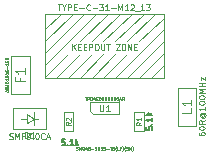
<source format=gbr>
G04 #@! TF.GenerationSoftware,KiCad,Pcbnew,(5.99.0-8748-g0125986588)*
G04 #@! TF.CreationDate,2021-05-21T22:54:23+03:00*
G04 #@! TF.ProjectId,Unified-Daughterboard,556e6966-6965-4642-9d44-617567687465,C3*
G04 #@! TF.SameCoordinates,Original*
G04 #@! TF.FileFunction,AssemblyDrawing,Top*
%FSLAX46Y46*%
G04 Gerber Fmt 4.6, Leading zero omitted, Abs format (unit mm)*
G04 Created by KiCad (PCBNEW (5.99.0-8748-g0125986588)) date 2021-05-21 22:54:23*
%MOMM*%
%LPD*%
G01*
G04 APERTURE LIST*
%ADD10C,0.063500*%
%ADD11C,0.100000*%
%ADD12C,0.050800*%
%ADD13C,0.120000*%
%ADD14C,0.127000*%
%ADD15C,0.075000*%
%ADD16C,0.125000*%
%ADD17C,0.050000*%
G04 APERTURE END LIST*
D10*
X73327309Y-65084904D02*
X73472452Y-65084904D01*
X73399880Y-65338904D02*
X73399880Y-65084904D01*
X73557119Y-65338904D02*
X73557119Y-65084904D01*
X73653880Y-65084904D01*
X73678071Y-65097000D01*
X73690166Y-65109095D01*
X73702261Y-65133285D01*
X73702261Y-65169571D01*
X73690166Y-65193761D01*
X73678071Y-65205857D01*
X73653880Y-65217952D01*
X73557119Y-65217952D01*
X73811119Y-65338904D02*
X73811119Y-65084904D01*
X73871595Y-65084904D01*
X73907880Y-65097000D01*
X73932071Y-65121190D01*
X73944166Y-65145380D01*
X73956261Y-65193761D01*
X73956261Y-65230047D01*
X73944166Y-65278428D01*
X73932071Y-65302619D01*
X73907880Y-65326809D01*
X73871595Y-65338904D01*
X73811119Y-65338904D01*
X74173976Y-65169571D02*
X74173976Y-65338904D01*
X74113500Y-65072809D02*
X74053023Y-65254238D01*
X74210261Y-65254238D01*
X74307023Y-65205857D02*
X74391690Y-65205857D01*
X74427976Y-65338904D02*
X74307023Y-65338904D01*
X74307023Y-65084904D01*
X74427976Y-65084904D01*
X74585214Y-65084904D02*
X74609404Y-65084904D01*
X74633595Y-65097000D01*
X74645690Y-65109095D01*
X74657785Y-65133285D01*
X74669880Y-65181666D01*
X74669880Y-65242142D01*
X74657785Y-65290523D01*
X74645690Y-65314714D01*
X74633595Y-65326809D01*
X74609404Y-65338904D01*
X74585214Y-65338904D01*
X74561023Y-65326809D01*
X74548928Y-65314714D01*
X74536833Y-65290523D01*
X74524738Y-65242142D01*
X74524738Y-65181666D01*
X74536833Y-65133285D01*
X74548928Y-65109095D01*
X74561023Y-65097000D01*
X74585214Y-65084904D01*
X74899690Y-65084904D02*
X74778738Y-65084904D01*
X74766642Y-65205857D01*
X74778738Y-65193761D01*
X74802928Y-65181666D01*
X74863404Y-65181666D01*
X74887595Y-65193761D01*
X74899690Y-65205857D01*
X74911785Y-65230047D01*
X74911785Y-65290523D01*
X74899690Y-65314714D01*
X74887595Y-65326809D01*
X74863404Y-65338904D01*
X74802928Y-65338904D01*
X74778738Y-65326809D01*
X74766642Y-65314714D01*
X75020642Y-65084904D02*
X75020642Y-65290523D01*
X75032738Y-65314714D01*
X75044833Y-65326809D01*
X75069023Y-65338904D01*
X75117404Y-65338904D01*
X75141595Y-65326809D01*
X75153690Y-65314714D01*
X75165785Y-65290523D01*
X75165785Y-65084904D01*
X75335119Y-65084904D02*
X75359309Y-65084904D01*
X75383500Y-65097000D01*
X75395595Y-65109095D01*
X75407690Y-65133285D01*
X75419785Y-65181666D01*
X75419785Y-65242142D01*
X75407690Y-65290523D01*
X75395595Y-65314714D01*
X75383500Y-65326809D01*
X75359309Y-65338904D01*
X75335119Y-65338904D01*
X75310928Y-65326809D01*
X75298833Y-65314714D01*
X75286738Y-65290523D01*
X75274642Y-65242142D01*
X75274642Y-65181666D01*
X75286738Y-65133285D01*
X75298833Y-65109095D01*
X75310928Y-65097000D01*
X75335119Y-65084904D01*
X75637500Y-65084904D02*
X75589119Y-65084904D01*
X75564928Y-65097000D01*
X75552833Y-65109095D01*
X75528642Y-65145380D01*
X75516547Y-65193761D01*
X75516547Y-65290523D01*
X75528642Y-65314714D01*
X75540738Y-65326809D01*
X75564928Y-65338904D01*
X75613309Y-65338904D01*
X75637500Y-65326809D01*
X75649595Y-65314714D01*
X75661690Y-65290523D01*
X75661690Y-65230047D01*
X75649595Y-65205857D01*
X75637500Y-65193761D01*
X75613309Y-65181666D01*
X75564928Y-65181666D01*
X75540738Y-65193761D01*
X75528642Y-65205857D01*
X75516547Y-65230047D01*
X75770547Y-65338904D02*
X75770547Y-65084904D01*
X75831023Y-65084904D01*
X75867309Y-65097000D01*
X75891500Y-65121190D01*
X75903595Y-65145380D01*
X75915690Y-65193761D01*
X75915690Y-65230047D01*
X75903595Y-65278428D01*
X75891500Y-65302619D01*
X75867309Y-65326809D01*
X75831023Y-65338904D01*
X75770547Y-65338904D01*
X76193880Y-65363095D02*
X76169690Y-65351000D01*
X76145500Y-65326809D01*
X76109214Y-65290523D01*
X76085023Y-65278428D01*
X76060833Y-65278428D01*
X76072928Y-65338904D02*
X76048738Y-65326809D01*
X76024547Y-65302619D01*
X76012452Y-65254238D01*
X76012452Y-65169571D01*
X76024547Y-65121190D01*
X76048738Y-65097000D01*
X76072928Y-65084904D01*
X76121309Y-65084904D01*
X76145500Y-65097000D01*
X76169690Y-65121190D01*
X76181785Y-65169571D01*
X76181785Y-65254238D01*
X76169690Y-65302619D01*
X76145500Y-65326809D01*
X76121309Y-65338904D01*
X76072928Y-65338904D01*
X76278547Y-65266333D02*
X76399500Y-65266333D01*
X76254357Y-65338904D02*
X76339023Y-65084904D01*
X76423690Y-65338904D01*
X76653500Y-65338904D02*
X76568833Y-65217952D01*
X76508357Y-65338904D02*
X76508357Y-65084904D01*
X76605119Y-65084904D01*
X76629309Y-65097000D01*
X76641404Y-65109095D01*
X76653500Y-65133285D01*
X76653500Y-65169571D01*
X76641404Y-65193761D01*
X76629309Y-65205857D01*
X76605119Y-65217952D01*
X76508357Y-65217952D01*
D11*
X74583452Y-65725209D02*
X74583452Y-66170447D01*
X74609642Y-66222828D01*
X74635833Y-66249019D01*
X74688214Y-66275209D01*
X74792976Y-66275209D01*
X74845357Y-66249019D01*
X74871547Y-66222828D01*
X74897738Y-66170447D01*
X74897738Y-65725209D01*
X75447738Y-66275209D02*
X75133452Y-66275209D01*
X75290595Y-66275209D02*
X75290595Y-65725209D01*
X75238214Y-65803780D01*
X75185833Y-65856161D01*
X75133452Y-65882352D01*
D12*
X82979309Y-68072428D02*
X82979309Y-68169190D01*
X83003500Y-68217571D01*
X83027690Y-68241761D01*
X83100261Y-68290142D01*
X83197023Y-68314333D01*
X83390547Y-68314333D01*
X83438928Y-68290142D01*
X83463119Y-68265952D01*
X83487309Y-68217571D01*
X83487309Y-68120809D01*
X83463119Y-68072428D01*
X83438928Y-68048238D01*
X83390547Y-68024047D01*
X83269595Y-68024047D01*
X83221214Y-68048238D01*
X83197023Y-68072428D01*
X83172833Y-68120809D01*
X83172833Y-68217571D01*
X83197023Y-68265952D01*
X83221214Y-68290142D01*
X83269595Y-68314333D01*
X82979309Y-67709571D02*
X82979309Y-67661190D01*
X83003500Y-67612809D01*
X83027690Y-67588619D01*
X83076071Y-67564428D01*
X83172833Y-67540238D01*
X83293785Y-67540238D01*
X83390547Y-67564428D01*
X83438928Y-67588619D01*
X83463119Y-67612809D01*
X83487309Y-67661190D01*
X83487309Y-67709571D01*
X83463119Y-67757952D01*
X83438928Y-67782142D01*
X83390547Y-67806333D01*
X83293785Y-67830523D01*
X83172833Y-67830523D01*
X83076071Y-67806333D01*
X83027690Y-67782142D01*
X83003500Y-67757952D01*
X82979309Y-67709571D01*
X83487309Y-67032238D02*
X83245404Y-67201571D01*
X83487309Y-67322523D02*
X82979309Y-67322523D01*
X82979309Y-67129000D01*
X83003500Y-67080619D01*
X83027690Y-67056428D01*
X83076071Y-67032238D01*
X83148642Y-67032238D01*
X83197023Y-67056428D01*
X83221214Y-67080619D01*
X83245404Y-67129000D01*
X83245404Y-67322523D01*
X83245404Y-66500047D02*
X83221214Y-66524238D01*
X83197023Y-66572619D01*
X83197023Y-66621000D01*
X83221214Y-66669380D01*
X83245404Y-66693571D01*
X83293785Y-66717761D01*
X83342166Y-66717761D01*
X83390547Y-66693571D01*
X83414738Y-66669380D01*
X83438928Y-66621000D01*
X83438928Y-66572619D01*
X83414738Y-66524238D01*
X83390547Y-66500047D01*
X83197023Y-66500047D02*
X83390547Y-66500047D01*
X83414738Y-66475857D01*
X83414738Y-66451666D01*
X83390547Y-66403285D01*
X83342166Y-66379095D01*
X83221214Y-66379095D01*
X83148642Y-66427476D01*
X83100261Y-66500047D01*
X83076071Y-66596809D01*
X83100261Y-66693571D01*
X83148642Y-66766142D01*
X83221214Y-66814523D01*
X83317976Y-66838714D01*
X83414738Y-66814523D01*
X83487309Y-66766142D01*
X83535690Y-66693571D01*
X83559880Y-66596809D01*
X83535690Y-66500047D01*
X83487309Y-66427476D01*
X83487309Y-65895285D02*
X83487309Y-66185571D01*
X83487309Y-66040428D02*
X82979309Y-66040428D01*
X83051880Y-66088809D01*
X83100261Y-66137190D01*
X83124452Y-66185571D01*
X82979309Y-65580809D02*
X82979309Y-65532428D01*
X83003500Y-65484047D01*
X83027690Y-65459857D01*
X83076071Y-65435666D01*
X83172833Y-65411476D01*
X83293785Y-65411476D01*
X83390547Y-65435666D01*
X83438928Y-65459857D01*
X83463119Y-65484047D01*
X83487309Y-65532428D01*
X83487309Y-65580809D01*
X83463119Y-65629190D01*
X83438928Y-65653380D01*
X83390547Y-65677571D01*
X83293785Y-65701761D01*
X83172833Y-65701761D01*
X83076071Y-65677571D01*
X83027690Y-65653380D01*
X83003500Y-65629190D01*
X82979309Y-65580809D01*
X82979309Y-65097000D02*
X82979309Y-65048619D01*
X83003500Y-65000238D01*
X83027690Y-64976047D01*
X83076071Y-64951857D01*
X83172833Y-64927666D01*
X83293785Y-64927666D01*
X83390547Y-64951857D01*
X83438928Y-64976047D01*
X83463119Y-65000238D01*
X83487309Y-65048619D01*
X83487309Y-65097000D01*
X83463119Y-65145380D01*
X83438928Y-65169571D01*
X83390547Y-65193761D01*
X83293785Y-65217952D01*
X83172833Y-65217952D01*
X83076071Y-65193761D01*
X83027690Y-65169571D01*
X83003500Y-65145380D01*
X82979309Y-65097000D01*
X83487309Y-64709952D02*
X82979309Y-64709952D01*
X83342166Y-64540619D01*
X82979309Y-64371285D01*
X83487309Y-64371285D01*
X83487309Y-64129380D02*
X82979309Y-64129380D01*
X83221214Y-64129380D02*
X83221214Y-63839095D01*
X83487309Y-63839095D02*
X82979309Y-63839095D01*
X83148642Y-63645571D02*
X83148642Y-63379476D01*
X83487309Y-63645571D01*
X83487309Y-63379476D01*
D13*
X82349404Y-66007333D02*
X82349404Y-66388285D01*
X81549404Y-66388285D01*
X82349404Y-65321619D02*
X82349404Y-65778761D01*
X82349404Y-65550190D02*
X81549404Y-65550190D01*
X81663690Y-65626380D01*
X81739880Y-65702571D01*
X81777976Y-65778761D01*
D14*
X71633976Y-68628809D02*
X71392071Y-68628809D01*
X71367880Y-68870714D01*
X71392071Y-68846523D01*
X71440452Y-68822333D01*
X71561404Y-68822333D01*
X71609785Y-68846523D01*
X71633976Y-68870714D01*
X71658166Y-68919095D01*
X71658166Y-69040047D01*
X71633976Y-69088428D01*
X71609785Y-69112619D01*
X71561404Y-69136809D01*
X71440452Y-69136809D01*
X71392071Y-69112619D01*
X71367880Y-69088428D01*
X71875880Y-69088428D02*
X71900071Y-69112619D01*
X71875880Y-69136809D01*
X71851690Y-69112619D01*
X71875880Y-69088428D01*
X71875880Y-69136809D01*
X72383880Y-69136809D02*
X72093595Y-69136809D01*
X72238738Y-69136809D02*
X72238738Y-68628809D01*
X72190357Y-68701380D01*
X72141976Y-68749761D01*
X72093595Y-68773952D01*
X72601595Y-69136809D02*
X72601595Y-68628809D01*
X72649976Y-68943285D02*
X72795119Y-69136809D01*
X72795119Y-68798142D02*
X72601595Y-68991666D01*
D15*
X72135452Y-67195666D02*
X71944976Y-67329000D01*
X72135452Y-67424238D02*
X71735452Y-67424238D01*
X71735452Y-67271857D01*
X71754500Y-67233761D01*
X71773547Y-67214714D01*
X71811642Y-67195666D01*
X71868785Y-67195666D01*
X71906880Y-67214714D01*
X71925928Y-67233761D01*
X71944976Y-67271857D01*
X71944976Y-67424238D01*
X71773547Y-67043285D02*
X71754500Y-67024238D01*
X71735452Y-66986142D01*
X71735452Y-66890904D01*
X71754500Y-66852809D01*
X71773547Y-66833761D01*
X71811642Y-66814714D01*
X71849738Y-66814714D01*
X71906880Y-66833761D01*
X72135452Y-67062333D01*
X72135452Y-66814714D01*
D10*
X66789833Y-64649476D02*
X66789833Y-64528523D01*
X66862404Y-64673666D02*
X66608404Y-64589000D01*
X66862404Y-64504333D01*
X66850309Y-64431761D02*
X66862404Y-64395476D01*
X66862404Y-64335000D01*
X66850309Y-64310809D01*
X66838214Y-64298714D01*
X66814023Y-64286619D01*
X66789833Y-64286619D01*
X66765642Y-64298714D01*
X66753547Y-64310809D01*
X66741452Y-64335000D01*
X66729357Y-64383380D01*
X66717261Y-64407571D01*
X66705166Y-64419666D01*
X66680976Y-64431761D01*
X66656785Y-64431761D01*
X66632595Y-64419666D01*
X66620500Y-64407571D01*
X66608404Y-64383380D01*
X66608404Y-64322904D01*
X66620500Y-64286619D01*
X66862404Y-64177761D02*
X66608404Y-64177761D01*
X66789833Y-64093095D01*
X66608404Y-64008428D01*
X66862404Y-64008428D01*
X66862404Y-63887476D02*
X66608404Y-63887476D01*
X66608404Y-63827000D01*
X66620500Y-63790714D01*
X66644690Y-63766523D01*
X66668880Y-63754428D01*
X66717261Y-63742333D01*
X66753547Y-63742333D01*
X66801928Y-63754428D01*
X66826119Y-63766523D01*
X66850309Y-63790714D01*
X66862404Y-63827000D01*
X66862404Y-63887476D01*
X66862404Y-63500428D02*
X66862404Y-63645571D01*
X66862404Y-63573000D02*
X66608404Y-63573000D01*
X66644690Y-63597190D01*
X66668880Y-63621380D01*
X66680976Y-63645571D01*
X66632595Y-63403666D02*
X66620500Y-63391571D01*
X66608404Y-63367380D01*
X66608404Y-63306904D01*
X66620500Y-63282714D01*
X66632595Y-63270619D01*
X66656785Y-63258523D01*
X66680976Y-63258523D01*
X66717261Y-63270619D01*
X66862404Y-63415761D01*
X66862404Y-63258523D01*
X66608404Y-63101285D02*
X66608404Y-63077095D01*
X66620500Y-63052904D01*
X66632595Y-63040809D01*
X66656785Y-63028714D01*
X66705166Y-63016619D01*
X66765642Y-63016619D01*
X66814023Y-63028714D01*
X66838214Y-63040809D01*
X66850309Y-63052904D01*
X66862404Y-63077095D01*
X66862404Y-63101285D01*
X66850309Y-63125476D01*
X66838214Y-63137571D01*
X66814023Y-63149666D01*
X66765642Y-63161761D01*
X66705166Y-63161761D01*
X66656785Y-63149666D01*
X66632595Y-63137571D01*
X66620500Y-63125476D01*
X66608404Y-63101285D01*
X66608404Y-62798904D02*
X66608404Y-62847285D01*
X66620500Y-62871476D01*
X66632595Y-62883571D01*
X66668880Y-62907761D01*
X66717261Y-62919857D01*
X66814023Y-62919857D01*
X66838214Y-62907761D01*
X66850309Y-62895666D01*
X66862404Y-62871476D01*
X66862404Y-62823095D01*
X66850309Y-62798904D01*
X66838214Y-62786809D01*
X66814023Y-62774714D01*
X66753547Y-62774714D01*
X66729357Y-62786809D01*
X66717261Y-62798904D01*
X66705166Y-62823095D01*
X66705166Y-62871476D01*
X66717261Y-62895666D01*
X66729357Y-62907761D01*
X66753547Y-62919857D01*
X66765642Y-62665857D02*
X66765642Y-62472333D01*
X66862404Y-62218333D02*
X66862404Y-62363476D01*
X66862404Y-62290904D02*
X66608404Y-62290904D01*
X66644690Y-62315095D01*
X66668880Y-62339285D01*
X66680976Y-62363476D01*
X66608404Y-61988523D02*
X66608404Y-62109476D01*
X66729357Y-62121571D01*
X66717261Y-62109476D01*
X66705166Y-62085285D01*
X66705166Y-62024809D01*
X66717261Y-62000619D01*
X66729357Y-61988523D01*
X66753547Y-61976428D01*
X66814023Y-61976428D01*
X66838214Y-61988523D01*
X66850309Y-62000619D01*
X66862404Y-62024809D01*
X66862404Y-62085285D01*
X66850309Y-62109476D01*
X66838214Y-62121571D01*
X66608404Y-61819190D02*
X66608404Y-61795000D01*
X66620500Y-61770809D01*
X66632595Y-61758714D01*
X66656785Y-61746619D01*
X66705166Y-61734523D01*
X66765642Y-61734523D01*
X66814023Y-61746619D01*
X66838214Y-61758714D01*
X66850309Y-61770809D01*
X66862404Y-61795000D01*
X66862404Y-61819190D01*
X66850309Y-61843380D01*
X66838214Y-61855476D01*
X66814023Y-61867571D01*
X66765642Y-61879666D01*
X66705166Y-61879666D01*
X66656785Y-61867571D01*
X66632595Y-61855476D01*
X66620500Y-61843380D01*
X66608404Y-61819190D01*
D13*
X67833357Y-63473666D02*
X67833357Y-63740333D01*
X68252404Y-63740333D02*
X67452404Y-63740333D01*
X67452404Y-63359380D01*
X68252404Y-62635571D02*
X68252404Y-63092714D01*
X68252404Y-62864142D02*
X67452404Y-62864142D01*
X67566690Y-62940333D01*
X67642880Y-63016523D01*
X67680976Y-63092714D01*
D16*
X66950119Y-68601380D02*
X67021547Y-68625190D01*
X67140595Y-68625190D01*
X67188214Y-68601380D01*
X67212023Y-68577571D01*
X67235833Y-68529952D01*
X67235833Y-68482333D01*
X67212023Y-68434714D01*
X67188214Y-68410904D01*
X67140595Y-68387095D01*
X67045357Y-68363285D01*
X66997738Y-68339476D01*
X66973928Y-68315666D01*
X66950119Y-68268047D01*
X66950119Y-68220428D01*
X66973928Y-68172809D01*
X66997738Y-68149000D01*
X67045357Y-68125190D01*
X67164404Y-68125190D01*
X67235833Y-68149000D01*
X67450119Y-68625190D02*
X67450119Y-68125190D01*
X67616785Y-68482333D01*
X67783452Y-68125190D01*
X67783452Y-68625190D01*
X68188214Y-68363285D02*
X68021547Y-68363285D01*
X68021547Y-68625190D02*
X68021547Y-68125190D01*
X68259642Y-68125190D01*
X68473928Y-68625190D02*
X68569166Y-68625190D01*
X68616785Y-68601380D01*
X68640595Y-68577571D01*
X68688214Y-68506142D01*
X68712023Y-68410904D01*
X68712023Y-68220428D01*
X68688214Y-68172809D01*
X68664404Y-68149000D01*
X68616785Y-68125190D01*
X68521547Y-68125190D01*
X68473928Y-68149000D01*
X68450119Y-68172809D01*
X68426309Y-68220428D01*
X68426309Y-68339476D01*
X68450119Y-68387095D01*
X68473928Y-68410904D01*
X68521547Y-68434714D01*
X68616785Y-68434714D01*
X68664404Y-68410904D01*
X68688214Y-68387095D01*
X68712023Y-68339476D01*
X68926309Y-68577571D02*
X68950119Y-68601380D01*
X68926309Y-68625190D01*
X68902500Y-68601380D01*
X68926309Y-68577571D01*
X68926309Y-68625190D01*
X69259642Y-68125190D02*
X69307261Y-68125190D01*
X69354880Y-68149000D01*
X69378690Y-68172809D01*
X69402500Y-68220428D01*
X69426309Y-68315666D01*
X69426309Y-68434714D01*
X69402500Y-68529952D01*
X69378690Y-68577571D01*
X69354880Y-68601380D01*
X69307261Y-68625190D01*
X69259642Y-68625190D01*
X69212023Y-68601380D01*
X69188214Y-68577571D01*
X69164404Y-68529952D01*
X69140595Y-68434714D01*
X69140595Y-68315666D01*
X69164404Y-68220428D01*
X69188214Y-68172809D01*
X69212023Y-68149000D01*
X69259642Y-68125190D01*
X69926309Y-68577571D02*
X69902500Y-68601380D01*
X69831071Y-68625190D01*
X69783452Y-68625190D01*
X69712023Y-68601380D01*
X69664404Y-68553761D01*
X69640595Y-68506142D01*
X69616785Y-68410904D01*
X69616785Y-68339476D01*
X69640595Y-68244238D01*
X69664404Y-68196619D01*
X69712023Y-68149000D01*
X69783452Y-68125190D01*
X69831071Y-68125190D01*
X69902500Y-68149000D01*
X69926309Y-68172809D01*
X70116785Y-68482333D02*
X70354880Y-68482333D01*
X70069166Y-68625190D02*
X70235833Y-68125190D01*
X70402500Y-68625190D01*
X68283452Y-68513190D02*
X68283452Y-68013190D01*
X68402500Y-68013190D01*
X68473928Y-68037000D01*
X68521547Y-68084619D01*
X68545357Y-68132238D01*
X68569166Y-68227476D01*
X68569166Y-68298904D01*
X68545357Y-68394142D01*
X68521547Y-68441761D01*
X68473928Y-68489380D01*
X68402500Y-68513190D01*
X68283452Y-68513190D01*
X69045357Y-68513190D02*
X68759642Y-68513190D01*
X68902500Y-68513190D02*
X68902500Y-68013190D01*
X68854880Y-68084619D01*
X68807261Y-68132238D01*
X68759642Y-68156047D01*
X71035833Y-57219190D02*
X71321547Y-57219190D01*
X71178690Y-57719190D02*
X71178690Y-57219190D01*
X71583452Y-57481095D02*
X71583452Y-57719190D01*
X71416785Y-57219190D02*
X71583452Y-57481095D01*
X71750119Y-57219190D01*
X71916785Y-57719190D02*
X71916785Y-57219190D01*
X72107261Y-57219190D01*
X72154880Y-57243000D01*
X72178690Y-57266809D01*
X72202500Y-57314428D01*
X72202500Y-57385857D01*
X72178690Y-57433476D01*
X72154880Y-57457285D01*
X72107261Y-57481095D01*
X71916785Y-57481095D01*
X72416785Y-57457285D02*
X72583452Y-57457285D01*
X72654880Y-57719190D02*
X72416785Y-57719190D01*
X72416785Y-57219190D01*
X72654880Y-57219190D01*
X72869166Y-57528714D02*
X73250119Y-57528714D01*
X73773928Y-57671571D02*
X73750119Y-57695380D01*
X73678690Y-57719190D01*
X73631071Y-57719190D01*
X73559642Y-57695380D01*
X73512023Y-57647761D01*
X73488214Y-57600142D01*
X73464404Y-57504904D01*
X73464404Y-57433476D01*
X73488214Y-57338238D01*
X73512023Y-57290619D01*
X73559642Y-57243000D01*
X73631071Y-57219190D01*
X73678690Y-57219190D01*
X73750119Y-57243000D01*
X73773928Y-57266809D01*
X73988214Y-57528714D02*
X74369166Y-57528714D01*
X74559642Y-57219190D02*
X74869166Y-57219190D01*
X74702500Y-57409666D01*
X74773928Y-57409666D01*
X74821547Y-57433476D01*
X74845357Y-57457285D01*
X74869166Y-57504904D01*
X74869166Y-57623952D01*
X74845357Y-57671571D01*
X74821547Y-57695380D01*
X74773928Y-57719190D01*
X74631071Y-57719190D01*
X74583452Y-57695380D01*
X74559642Y-57671571D01*
X75345357Y-57719190D02*
X75059642Y-57719190D01*
X75202500Y-57719190D02*
X75202500Y-57219190D01*
X75154880Y-57290619D01*
X75107261Y-57338238D01*
X75059642Y-57362047D01*
X75559642Y-57528714D02*
X75940595Y-57528714D01*
X76178690Y-57719190D02*
X76178690Y-57219190D01*
X76345357Y-57576333D01*
X76512023Y-57219190D01*
X76512023Y-57719190D01*
X77012023Y-57719190D02*
X76726309Y-57719190D01*
X76869166Y-57719190D02*
X76869166Y-57219190D01*
X76821547Y-57290619D01*
X76773928Y-57338238D01*
X76726309Y-57362047D01*
X77202500Y-57266809D02*
X77226309Y-57243000D01*
X77273928Y-57219190D01*
X77392976Y-57219190D01*
X77440595Y-57243000D01*
X77464404Y-57266809D01*
X77488214Y-57314428D01*
X77488214Y-57362047D01*
X77464404Y-57433476D01*
X77178690Y-57719190D01*
X77488214Y-57719190D01*
X77583452Y-57766809D02*
X77964404Y-57766809D01*
X78345357Y-57719190D02*
X78059642Y-57719190D01*
X78202500Y-57719190D02*
X78202500Y-57219190D01*
X78154880Y-57290619D01*
X78107261Y-57338238D01*
X78059642Y-57362047D01*
X78512023Y-57219190D02*
X78821547Y-57219190D01*
X78654880Y-57409666D01*
X78726309Y-57409666D01*
X78773928Y-57433476D01*
X78797738Y-57457285D01*
X78821547Y-57504904D01*
X78821547Y-57623952D01*
X78797738Y-57671571D01*
X78773928Y-57695380D01*
X78726309Y-57719190D01*
X78583452Y-57719190D01*
X78535833Y-57695380D01*
X78512023Y-57671571D01*
X72276309Y-61069190D02*
X72276309Y-60569190D01*
X72562023Y-61069190D02*
X72347738Y-60783476D01*
X72562023Y-60569190D02*
X72276309Y-60854904D01*
X72776309Y-60807285D02*
X72942976Y-60807285D01*
X73014404Y-61069190D02*
X72776309Y-61069190D01*
X72776309Y-60569190D01*
X73014404Y-60569190D01*
X73228690Y-60807285D02*
X73395357Y-60807285D01*
X73466785Y-61069190D02*
X73228690Y-61069190D01*
X73228690Y-60569190D01*
X73466785Y-60569190D01*
X73681071Y-61069190D02*
X73681071Y-60569190D01*
X73871547Y-60569190D01*
X73919166Y-60593000D01*
X73942976Y-60616809D01*
X73966785Y-60664428D01*
X73966785Y-60735857D01*
X73942976Y-60783476D01*
X73919166Y-60807285D01*
X73871547Y-60831095D01*
X73681071Y-60831095D01*
X74276309Y-60569190D02*
X74371547Y-60569190D01*
X74419166Y-60593000D01*
X74466785Y-60640619D01*
X74490595Y-60735857D01*
X74490595Y-60902523D01*
X74466785Y-60997761D01*
X74419166Y-61045380D01*
X74371547Y-61069190D01*
X74276309Y-61069190D01*
X74228690Y-61045380D01*
X74181071Y-60997761D01*
X74157261Y-60902523D01*
X74157261Y-60735857D01*
X74181071Y-60640619D01*
X74228690Y-60593000D01*
X74276309Y-60569190D01*
X74704880Y-60569190D02*
X74704880Y-60973952D01*
X74728690Y-61021571D01*
X74752500Y-61045380D01*
X74800119Y-61069190D01*
X74895357Y-61069190D01*
X74942976Y-61045380D01*
X74966785Y-61021571D01*
X74990595Y-60973952D01*
X74990595Y-60569190D01*
X75157261Y-60569190D02*
X75442976Y-60569190D01*
X75300119Y-61069190D02*
X75300119Y-60569190D01*
X75942976Y-60569190D02*
X76276309Y-60569190D01*
X75942976Y-61069190D01*
X76276309Y-61069190D01*
X76562023Y-60569190D02*
X76657261Y-60569190D01*
X76704880Y-60593000D01*
X76752500Y-60640619D01*
X76776309Y-60735857D01*
X76776309Y-60902523D01*
X76752500Y-60997761D01*
X76704880Y-61045380D01*
X76657261Y-61069190D01*
X76562023Y-61069190D01*
X76514404Y-61045380D01*
X76466785Y-60997761D01*
X76442976Y-60902523D01*
X76442976Y-60735857D01*
X76466785Y-60640619D01*
X76514404Y-60593000D01*
X76562023Y-60569190D01*
X76990595Y-61069190D02*
X76990595Y-60569190D01*
X77276309Y-61069190D01*
X77276309Y-60569190D01*
X77514404Y-60807285D02*
X77681071Y-60807285D01*
X77752500Y-61069190D02*
X77514404Y-61069190D01*
X77514404Y-60569190D01*
X77752500Y-60569190D01*
D10*
X72583452Y-69517809D02*
X72619738Y-69529904D01*
X72680214Y-69529904D01*
X72704404Y-69517809D01*
X72716500Y-69505714D01*
X72728595Y-69481523D01*
X72728595Y-69457333D01*
X72716500Y-69433142D01*
X72704404Y-69421047D01*
X72680214Y-69408952D01*
X72631833Y-69396857D01*
X72607642Y-69384761D01*
X72595547Y-69372666D01*
X72583452Y-69348476D01*
X72583452Y-69324285D01*
X72595547Y-69300095D01*
X72607642Y-69288000D01*
X72631833Y-69275904D01*
X72692309Y-69275904D01*
X72728595Y-69288000D01*
X72837452Y-69529904D02*
X72837452Y-69275904D01*
X72922119Y-69457333D01*
X73006785Y-69275904D01*
X73006785Y-69529904D01*
X73176119Y-69275904D02*
X73200309Y-69275904D01*
X73224500Y-69288000D01*
X73236595Y-69300095D01*
X73248690Y-69324285D01*
X73260785Y-69372666D01*
X73260785Y-69433142D01*
X73248690Y-69481523D01*
X73236595Y-69505714D01*
X73224500Y-69517809D01*
X73200309Y-69529904D01*
X73176119Y-69529904D01*
X73151928Y-69517809D01*
X73139833Y-69505714D01*
X73127738Y-69481523D01*
X73115642Y-69433142D01*
X73115642Y-69372666D01*
X73127738Y-69324285D01*
X73139833Y-69300095D01*
X73151928Y-69288000D01*
X73176119Y-69275904D01*
X73478500Y-69360571D02*
X73478500Y-69529904D01*
X73418023Y-69263809D02*
X73357547Y-69445238D01*
X73514785Y-69445238D01*
X73696214Y-69396857D02*
X73732500Y-69408952D01*
X73744595Y-69421047D01*
X73756690Y-69445238D01*
X73756690Y-69481523D01*
X73744595Y-69505714D01*
X73732500Y-69517809D01*
X73708309Y-69529904D01*
X73611547Y-69529904D01*
X73611547Y-69275904D01*
X73696214Y-69275904D01*
X73720404Y-69288000D01*
X73732500Y-69300095D01*
X73744595Y-69324285D01*
X73744595Y-69348476D01*
X73732500Y-69372666D01*
X73720404Y-69384761D01*
X73696214Y-69396857D01*
X73611547Y-69396857D01*
X73865547Y-69433142D02*
X74059071Y-69433142D01*
X74167928Y-69517809D02*
X74204214Y-69529904D01*
X74264690Y-69529904D01*
X74288880Y-69517809D01*
X74300976Y-69505714D01*
X74313071Y-69481523D01*
X74313071Y-69457333D01*
X74300976Y-69433142D01*
X74288880Y-69421047D01*
X74264690Y-69408952D01*
X74216309Y-69396857D01*
X74192119Y-69384761D01*
X74180023Y-69372666D01*
X74167928Y-69348476D01*
X74167928Y-69324285D01*
X74180023Y-69300095D01*
X74192119Y-69288000D01*
X74216309Y-69275904D01*
X74276785Y-69275904D01*
X74313071Y-69288000D01*
X74567071Y-69529904D02*
X74482404Y-69408952D01*
X74421928Y-69529904D02*
X74421928Y-69275904D01*
X74518690Y-69275904D01*
X74542880Y-69288000D01*
X74554976Y-69300095D01*
X74567071Y-69324285D01*
X74567071Y-69360571D01*
X74554976Y-69384761D01*
X74542880Y-69396857D01*
X74518690Y-69408952D01*
X74421928Y-69408952D01*
X74663833Y-69517809D02*
X74700119Y-69529904D01*
X74760595Y-69529904D01*
X74784785Y-69517809D01*
X74796880Y-69505714D01*
X74808976Y-69481523D01*
X74808976Y-69457333D01*
X74796880Y-69433142D01*
X74784785Y-69421047D01*
X74760595Y-69408952D01*
X74712214Y-69396857D01*
X74688023Y-69384761D01*
X74675928Y-69372666D01*
X74663833Y-69348476D01*
X74663833Y-69324285D01*
X74675928Y-69300095D01*
X74688023Y-69288000D01*
X74712214Y-69275904D01*
X74772690Y-69275904D01*
X74808976Y-69288000D01*
X74905738Y-69517809D02*
X74942023Y-69529904D01*
X75002500Y-69529904D01*
X75026690Y-69517809D01*
X75038785Y-69505714D01*
X75050880Y-69481523D01*
X75050880Y-69457333D01*
X75038785Y-69433142D01*
X75026690Y-69421047D01*
X75002500Y-69408952D01*
X74954119Y-69396857D01*
X74929928Y-69384761D01*
X74917833Y-69372666D01*
X74905738Y-69348476D01*
X74905738Y-69324285D01*
X74917833Y-69300095D01*
X74929928Y-69288000D01*
X74954119Y-69275904D01*
X75014595Y-69275904D01*
X75050880Y-69288000D01*
X75159738Y-69433142D02*
X75353261Y-69433142D01*
X75437928Y-69275904D02*
X75583071Y-69275904D01*
X75510500Y-69529904D02*
X75510500Y-69275904D01*
X75752404Y-69396857D02*
X75788690Y-69408952D01*
X75800785Y-69421047D01*
X75812880Y-69445238D01*
X75812880Y-69481523D01*
X75800785Y-69505714D01*
X75788690Y-69517809D01*
X75764500Y-69529904D01*
X75667738Y-69529904D01*
X75667738Y-69275904D01*
X75752404Y-69275904D01*
X75776595Y-69288000D01*
X75788690Y-69300095D01*
X75800785Y-69324285D01*
X75800785Y-69348476D01*
X75788690Y-69372666D01*
X75776595Y-69384761D01*
X75752404Y-69396857D01*
X75667738Y-69396857D01*
X75994309Y-69626666D02*
X75982214Y-69614571D01*
X75958023Y-69578285D01*
X75945928Y-69554095D01*
X75933833Y-69517809D01*
X75921738Y-69457333D01*
X75921738Y-69408952D01*
X75933833Y-69348476D01*
X75945928Y-69312190D01*
X75958023Y-69288000D01*
X75982214Y-69251714D01*
X75994309Y-69239619D01*
X76212023Y-69529904D02*
X76091071Y-69529904D01*
X76091071Y-69275904D01*
X76381357Y-69396857D02*
X76296690Y-69396857D01*
X76296690Y-69529904D02*
X76296690Y-69275904D01*
X76417642Y-69275904D01*
X76490214Y-69626666D02*
X76502309Y-69614571D01*
X76526500Y-69578285D01*
X76538595Y-69554095D01*
X76550690Y-69517809D01*
X76562785Y-69457333D01*
X76562785Y-69408952D01*
X76550690Y-69348476D01*
X76538595Y-69312190D01*
X76526500Y-69288000D01*
X76502309Y-69251714D01*
X76490214Y-69239619D01*
X76756309Y-69626666D02*
X76744214Y-69614571D01*
X76720023Y-69578285D01*
X76707928Y-69554095D01*
X76695833Y-69517809D01*
X76683738Y-69457333D01*
X76683738Y-69408952D01*
X76695833Y-69348476D01*
X76707928Y-69312190D01*
X76720023Y-69288000D01*
X76744214Y-69251714D01*
X76756309Y-69239619D01*
X76840976Y-69517809D02*
X76877261Y-69529904D01*
X76937738Y-69529904D01*
X76961928Y-69517809D01*
X76974023Y-69505714D01*
X76986119Y-69481523D01*
X76986119Y-69457333D01*
X76974023Y-69433142D01*
X76961928Y-69421047D01*
X76937738Y-69408952D01*
X76889357Y-69396857D01*
X76865166Y-69384761D01*
X76853071Y-69372666D01*
X76840976Y-69348476D01*
X76840976Y-69324285D01*
X76853071Y-69300095D01*
X76865166Y-69288000D01*
X76889357Y-69275904D01*
X76949833Y-69275904D01*
X76986119Y-69288000D01*
X77094976Y-69529904D02*
X77094976Y-69275904D01*
X77240119Y-69529904D01*
X77240119Y-69275904D01*
X77336880Y-69626666D02*
X77348976Y-69614571D01*
X77373166Y-69578285D01*
X77385261Y-69554095D01*
X77397357Y-69517809D01*
X77409452Y-69457333D01*
X77409452Y-69408952D01*
X77397357Y-69348476D01*
X77385261Y-69312190D01*
X77373166Y-69288000D01*
X77348976Y-69251714D01*
X77336880Y-69239619D01*
D14*
X78534309Y-67576523D02*
X78534309Y-67818428D01*
X78776214Y-67842619D01*
X78752023Y-67818428D01*
X78727833Y-67770047D01*
X78727833Y-67649095D01*
X78752023Y-67600714D01*
X78776214Y-67576523D01*
X78824595Y-67552333D01*
X78945547Y-67552333D01*
X78993928Y-67576523D01*
X79018119Y-67600714D01*
X79042309Y-67649095D01*
X79042309Y-67770047D01*
X79018119Y-67818428D01*
X78993928Y-67842619D01*
X78993928Y-67334619D02*
X79018119Y-67310428D01*
X79042309Y-67334619D01*
X79018119Y-67358809D01*
X78993928Y-67334619D01*
X79042309Y-67334619D01*
X79042309Y-66826619D02*
X79042309Y-67116904D01*
X79042309Y-66971761D02*
X78534309Y-66971761D01*
X78606880Y-67020142D01*
X78655261Y-67068523D01*
X78679452Y-67116904D01*
X79042309Y-66608904D02*
X78534309Y-66608904D01*
X78848785Y-66560523D02*
X79042309Y-66415380D01*
X78703642Y-66415380D02*
X78897166Y-66608904D01*
D15*
X78104452Y-67195666D02*
X77913976Y-67329000D01*
X78104452Y-67424238D02*
X77704452Y-67424238D01*
X77704452Y-67271857D01*
X77723500Y-67233761D01*
X77742547Y-67214714D01*
X77780642Y-67195666D01*
X77837785Y-67195666D01*
X77875880Y-67214714D01*
X77894928Y-67233761D01*
X77913976Y-67271857D01*
X77913976Y-67424238D01*
X78104452Y-66814714D02*
X78104452Y-67043285D01*
X78104452Y-66929000D02*
X77704452Y-66929000D01*
X77761595Y-66967095D01*
X77799690Y-67005190D01*
X77818738Y-67043285D01*
D11*
X73752500Y-66276400D02*
X74002500Y-66526400D01*
X76252500Y-66526400D02*
X76252500Y-65526400D01*
X74002500Y-66526400D02*
X76252500Y-66526400D01*
X73752500Y-65526400D02*
X73752500Y-66276400D01*
X73752500Y-65526400D02*
X76252500Y-65526400D01*
X82787500Y-64274000D02*
X82787500Y-67474000D01*
X81187500Y-64274000D02*
X82787500Y-64274000D01*
X81187500Y-67474000D02*
X81187500Y-64274000D01*
X82787500Y-67474000D02*
X81187500Y-67474000D01*
X72354500Y-66329000D02*
X72354500Y-67929000D01*
X72354500Y-67929000D02*
X71554500Y-67929000D01*
X71554500Y-67929000D02*
X71554500Y-66329000D01*
X71554500Y-66329000D02*
X72354500Y-66329000D01*
X67090500Y-64807000D02*
X67090500Y-61607000D01*
X68690500Y-64807000D02*
X67090500Y-64807000D01*
X68690500Y-61607000D02*
X68690500Y-64807000D01*
X67090500Y-61607000D02*
X68690500Y-61607000D01*
X68402500Y-66890000D02*
X67902500Y-66890000D01*
X68402500Y-66490000D02*
X69002500Y-66890000D01*
X68402500Y-67290000D02*
X68402500Y-66490000D01*
X69002500Y-66890000D02*
X68402500Y-67290000D01*
X69002500Y-66890000D02*
X69002500Y-66340000D01*
X69002500Y-66890000D02*
X69002500Y-67440000D01*
X69402500Y-66890000D02*
X69002500Y-66890000D01*
X70052500Y-65990000D02*
X70052500Y-67790000D01*
X67252500Y-65990000D02*
X70052500Y-65990000D01*
X67252500Y-67790000D02*
X67252500Y-65990000D01*
X70052500Y-67790000D02*
X67252500Y-67790000D01*
D13*
X80002500Y-63443000D02*
X80002500Y-58043000D01*
X80002500Y-58043000D02*
X70002500Y-58043000D01*
X70002500Y-58043000D02*
X70002500Y-63443000D01*
X70002500Y-63443000D02*
X80002500Y-63443000D01*
D17*
X80002500Y-59343000D02*
X75902500Y-63443000D01*
X80002500Y-60343000D02*
X76902500Y-63443000D01*
X79302500Y-58043000D02*
X76902500Y-60343000D01*
X80002500Y-61343000D02*
X77902500Y-63443000D01*
X80002500Y-62343000D02*
X78902500Y-63443000D01*
X75902500Y-61443000D02*
X73902500Y-63443000D01*
X76902500Y-61443000D02*
X74902500Y-63443000D01*
X80002500Y-58343000D02*
X77902500Y-60343000D01*
X78302500Y-58043000D02*
X75902500Y-60343000D01*
X74902500Y-61443000D02*
X72902500Y-63443000D01*
X73902500Y-61443000D02*
X71902500Y-63443000D01*
X77302500Y-58043000D02*
X74902500Y-60343000D01*
X76302500Y-58043000D02*
X73902500Y-60343000D01*
X72902500Y-61443000D02*
X70902500Y-63443000D01*
X71902500Y-61443000D02*
X70002500Y-63343000D01*
X75302500Y-58043000D02*
X72902500Y-60343000D01*
X74302500Y-58043000D02*
X70002500Y-62343000D01*
X73302500Y-58043000D02*
X70002500Y-61343000D01*
X72302500Y-58043000D02*
X70002500Y-60343000D01*
X71302500Y-58043000D02*
X70002500Y-59343000D01*
D11*
X77523500Y-66329000D02*
X78323500Y-66329000D01*
X77523500Y-67929000D02*
X77523500Y-66329000D01*
X78323500Y-67929000D02*
X77523500Y-67929000D01*
X78323500Y-66329000D02*
X78323500Y-67929000D01*
M02*

</source>
